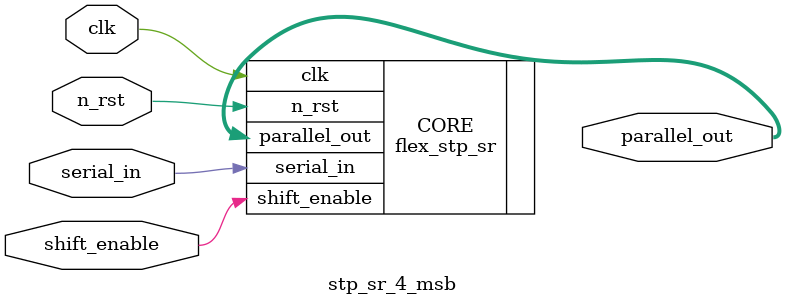
<source format=sv>

module stp_sr_4_msb
(
  input wire clk,
  input wire n_rst,
  input wire serial_in,
  input wire shift_enable,
  output wire [3:0] parallel_out 
);

  flex_stp_sr 
  #(4, 1)CORE(
    .clk(clk),
    .n_rst(n_rst),
    .serial_in(serial_in),
    .shift_enable(shift_enable),
    .parallel_out(parallel_out)
  );

endmodule

</source>
